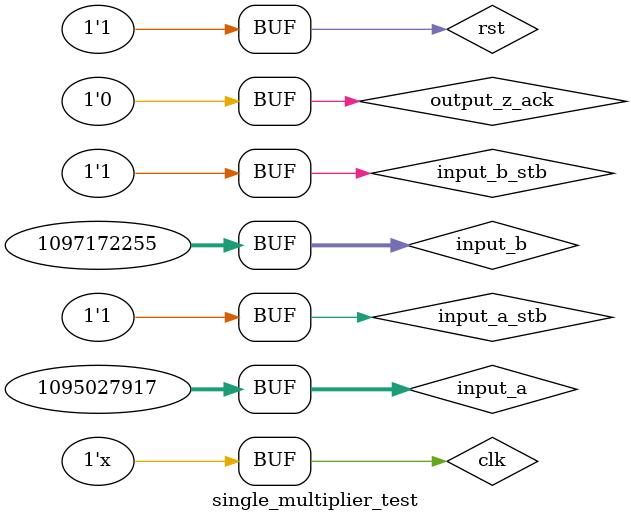
<source format=v>
`timescale 1ns / 1ps


module single_multiplier_test;

	// Inputs
	reg [31:0] input_a;
	reg [31:0] input_b;
	reg input_a_stb;
	reg input_b_stb;
	reg output_z_ack;
	reg clk;
	reg rst;

	// Outputs
	wire [31:0] output_z;
	wire output_z_stb;
	wire input_a_ack;
	wire input_b_ack;

	// Instantiate the Unit Under Test (UUT)
	single_multiplier uut (
		.input_a(input_a), 
		.input_b(input_b), 
		.input_a_stb(input_a_stb), 
		.input_b_stb(input_b_stb), 
		.output_z_ack(output_z_ack), 
		.clk(clk), 
		.rst(rst), 
		.output_z(output_z), 
		.output_z_stb(output_z_stb), 
		.input_a_ack(input_a_ack), 
		.input_b_ack(input_b_ack)
	);

	initial begin
		// Initialize Inputs
		input_a = 0;
		input_b = 0;
		input_a_stb = 0;
		input_b_stb = 0;
		output_z_ack = 0;
		clk = 0;
		rst = 0;
		
		#13
		rst = 1;
		input_a = 32'b01000001010001001100110011001101; //12.3
		input_b = 32'b01000001011001011000010100011111; //14.345
		input_a_stb = 1;
		input_b_stb = 1;

	end
      
	always #10 clk = ~clk;

endmodule


</source>
